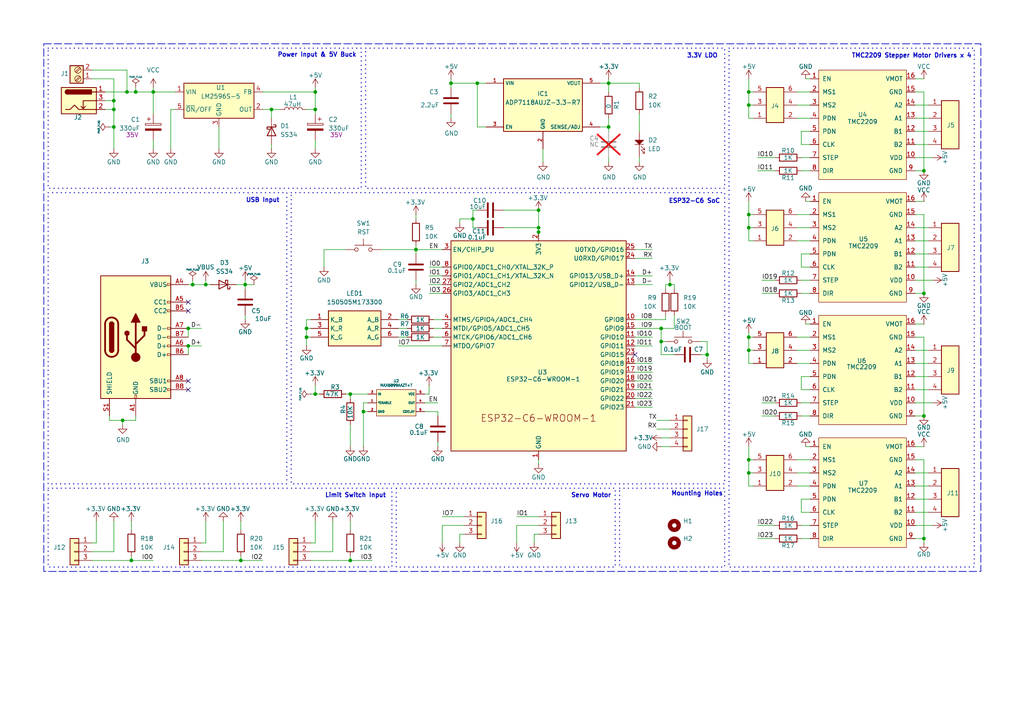
<source format=kicad_sch>
(kicad_sch (version 20231120) (generator "eeschema") (generator_version "8.0")
  (paper "A4")
  (title_block (title "ESP32-C6 SCARA") (company " Jobit Joseph @ Semicon Media Pvt Ltd"))
  (junction (at 217.17 97.79))
  (junction (at 137.16 63.5))
  (junction (at 88.9 97.79))
  (junction (at 59.69 82.55))
  (junction (at 33.02 29.21))
  (junction (at 33.02 36.83))
  (junction (at 91.44 31.75))
  (junction (at 120.65 72.39))
  (junction (at 156.21 60.96))
  (junction (at 191.77 95.25))
  (junction (at 44.45 26.67))
  (junction (at 191.77 99.06))
  (junction (at 35.56 121.92))
  (junction (at 54.61 100.33))
  (junction (at 55.88 82.55))
  (junction (at 205.105 102.87))
  (junction (at 267.97 49.53))
  (junction (at 101.6 162.56))
  (junction (at 217.17 62.23))
  (junction (at 267.97 85.09))
  (junction (at 130.81 24.13))
  (junction (at 217.17 137.16))
  (junction (at 217.17 133.35))
  (junction (at 194.31 82.55))
  (junction (at 69.85 162.56))
  (junction (at 91.44 26.67))
  (junction (at 176.53 36.83))
  (junction (at 176.53 24.13))
  (junction (at 71.12 82.55))
  (junction (at 39.37 26.67))
  (junction (at 105.41 119.38))
  (junction (at 217.17 101.6))
  (junction (at 33.02 31.75))
  (junction (at 267.97 120.65))
  (junction (at 78.74 31.75))
  (junction (at 217.17 66.04))
  (junction (at 91.44 114.3))
  (junction (at 156.21 67.31))
  (junction (at 217.17 26.67))
  (junction (at 36.83 26.67))
  (junction (at 267.97 156.21))
  (junction (at 38.1 162.56))
  (junction (at 54.61 95.25))
  (junction (at 101.6 114.3))
  (junction (at 217.17 30.48))
  (junction (at 88.9 95.25))
  (junction (at 138.43 24.13))
  (junction (at 156.21 66.04))
  (no_connect (at 54.61 87.63))
  (no_connect (at 54.61 90.17))
  (no_connect (at 54.61 113.03))
  (no_connect (at 54.61 110.49))
  (no_connect (at 184.15 102.87))
  (wire (pts (xy 36.83 20.32) (xy 36.83 26.67)))
  (wire (pts (xy 91.44 43.18) (xy 91.44 40.64)))
  (wire (pts (xy 189.23 74.93) (xy 184.15 74.93)))
  (wire (pts (xy 101.6 123.19) (xy 101.6 129.54)))
  (wire (pts (xy 185.42 24.13) (xy 176.53 24.13)))
  (wire (pts (xy 39.37 120.65) (xy 39.37 121.92)))
  (wire (pts (xy 101.6 151.13) (xy 101.6 153.67)))
  (wire (pts (xy 124.46 77.47) (xy 128.27 77.47)))
  (wire (pts (xy 233.68 129.54) (xy 234.95 129.54)))
  (wire (pts (xy 269.24 38.1) (xy 265.43 38.1)))
  (wire (pts (xy 232.41 113.03) (xy 234.95 113.03)))
  (wire (pts (xy 156.21 154.94) (xy 154.94 154.94)))
  (wire (pts (xy 269.24 137.16) (xy 265.43 137.16)))
  (wire (pts (xy 267.97 26.67) (xy 267.97 49.53)))
  (wire (pts (xy 123.19 114.3) (xy 124.46 114.3)))
  (wire (pts (xy 91.44 25.4) (xy 91.44 26.67)))
  (wire (pts (xy 232.41 152.4) (xy 234.95 152.4)))
  (wire (pts (xy 88.9 95.25) (xy 90.17 95.25)))
  (wire (pts (xy 137.16 63.5) (xy 137.16 66.04)))
  (wire (pts (xy 232.41 116.84) (xy 234.95 116.84)))
  (wire (pts (xy 90.17 160.02) (xy 96.52 160.02)))
  (wire (pts (xy 90.17 92.71) (xy 88.9 92.71)))
  (wire (pts (xy 194.31 82.55) (xy 195.58 82.55)))
  (wire (pts (xy 120.65 62.23) (xy 120.65 63.5)))
  (wire (pts (xy 120.65 72.39) (xy 120.65 73.66)))
  (wire (pts (xy 120.65 72.39) (xy 128.27 72.39)))
  (wire (pts (xy 269.24 113.03) (xy 265.43 113.03)))
  (wire (pts (xy 195.58 82.55) (xy 195.58 83.82)))
  (wire (pts (xy 232.41 41.91) (xy 234.95 41.91)))
  (wire (pts (xy 217.17 66.04) (xy 217.17 69.85)))
  (wire (pts (xy 231.14 69.85) (xy 234.95 69.85)))
  (wire (pts (xy 91.44 114.3) (xy 92.71 114.3)))
  (wire (pts (xy 38.1 162.56) (xy 38.1 161.29)))
  (wire (pts (xy 26.67 162.56) (xy 38.1 162.56)))
  (wire (pts (xy 269.24 101.6) (xy 265.43 101.6)))
  (wire (pts (xy 265.43 62.23) (xy 267.97 62.23)))
  (wire (pts (xy 59.69 157.48) (xy 59.69 151.13)))
  (wire (pts (xy 267.97 129.54) (xy 265.43 129.54)))
  (wire (pts (xy 217.17 133.35) (xy 218.44 133.35)))
  (wire (pts (xy 26.67 22.86) (xy 33.02 22.86)))
  (wire (pts (xy 26.67 20.32) (xy 36.83 20.32)))
  (wire (pts (xy 127 129.54) (xy 127 128.27)))
  (wire (pts (xy 38.1 162.56) (xy 44.45 162.56)))
  (wire (pts (xy 232.41 38.1) (xy 232.41 41.91)))
  (wire (pts (xy 217.17 129.54) (xy 217.17 133.35)))
  (wire (pts (xy 189.23 113.03) (xy 184.15 113.03)))
  (wire (pts (xy 232.41 81.28) (xy 234.95 81.28)))
  (wire (pts (xy 231.14 105.41) (xy 234.95 105.41)))
  (wire (pts (xy 125.73 97.79) (xy 128.27 97.79)))
  (wire (pts (xy 78.74 31.75) (xy 78.74 34.29)))
  (wire (pts (xy 189.23 97.79) (xy 184.15 97.79)))
  (wire (pts (xy 100.33 72.39) (xy 93.98 72.39)))
  (wire (pts (xy 217.17 62.23) (xy 218.44 62.23)))
  (wire (pts (xy 101.6 114.3) (xy 106.68 114.3)))
  (wire (pts (xy 189.23 115.57) (xy 184.15 115.57)))
  (wire (pts (xy 31.75 36.83) (xy 33.02 36.83)))
  (wire (pts (xy 217.17 26.67) (xy 217.17 30.48)))
  (wire (pts (xy 232.41 85.09) (xy 234.95 85.09)))
  (wire (pts (xy 267.97 156.21) (xy 267.97 157.48)))
  (wire (pts (xy 50.8 26.67) (xy 44.45 26.67)))
  (wire (pts (xy 193.04 82.55) (xy 193.04 83.82)))
  (wire (pts (xy 233.68 93.98) (xy 234.95 93.98)))
  (wire (pts (xy 267.97 62.23) (xy 267.97 85.09)))
  (wire (pts (xy 124.46 82.55) (xy 128.27 82.55)))
  (wire (pts (xy 231.14 140.97) (xy 234.95 140.97)))
  (wire (pts (xy 49.53 31.75) (xy 50.8 31.75)))
  (wire (pts (xy 105.41 119.38) (xy 105.41 129.54)))
  (wire (pts (xy 217.17 137.16) (xy 218.44 137.16)))
  (wire (pts (xy 189.23 110.49) (xy 184.15 110.49)))
  (wire (pts (xy 203.2 102.87) (xy 205.105 102.87)))
  (wire (pts (xy 233.68 22.86) (xy 234.95 22.86)))
  (wire (pts (xy 33.02 31.75) (xy 33.02 29.21)))
  (wire (pts (xy 219.71 45.72) (xy 224.79 45.72)))
  (wire (pts (xy 127 116.84) (xy 123.19 116.84)))
  (wire (pts (xy 59.69 82.55) (xy 59.69 81.28)))
  (wire (pts (xy 217.17 97.79) (xy 218.44 97.79)))
  (wire (pts (xy 78.74 43.18) (xy 78.74 41.91)))
  (wire (pts (xy 270.51 81.28) (xy 265.43 81.28)))
  (wire (pts (xy 54.61 82.55) (xy 55.88 82.55)))
  (wire (pts (xy 217.17 97.79) (xy 217.17 101.6)))
  (wire (pts (xy 185.42 25.4) (xy 185.42 24.13)))
  (wire (pts (xy 173.99 36.83) (xy 176.53 36.83)))
  (wire (pts (xy 140.97 36.83) (xy 138.43 36.83)))
  (wire (pts (xy 59.69 157.48) (xy 58.42 157.48)))
  (wire (pts (xy 217.17 140.97) (xy 218.44 140.97)))
  (wire (pts (xy 270.51 45.72) (xy 265.43 45.72)))
  (wire (pts (xy 217.17 22.86) (xy 217.17 26.67)))
  (wire (pts (xy 88.9 92.71) (xy 88.9 95.25)))
  (wire (pts (xy 128.27 149.86) (xy 134.62 149.86)))
  (wire (pts (xy 205.105 99.06) (xy 205.105 102.87)))
  (wire (pts (xy 191.77 95.25) (xy 195.58 95.25)))
  (wire (pts (xy 189.23 72.39) (xy 184.15 72.39)))
  (wire (pts (xy 195.58 102.87) (xy 191.77 102.87)))
  (wire (pts (xy 137.16 60.96) (xy 137.16 63.5)))
  (wire (pts (xy 232.41 148.59) (xy 234.95 148.59)))
  (wire (pts (xy 270.51 116.84) (xy 265.43 116.84)))
  (wire (pts (xy 156.21 134.62) (xy 156.21 133.35)))
  (wire (pts (xy 189.23 118.11) (xy 184.15 118.11)))
  (wire (pts (xy 115.57 100.33) (xy 128.27 100.33)))
  (wire (pts (xy 71.12 82.55) (xy 73.66 82.55)))
  (wire (pts (xy 232.41 73.66) (xy 232.41 77.47)))
  (wire (pts (xy 269.24 109.22) (xy 265.43 109.22)))
  (wire (pts (xy 120.65 71.12) (xy 120.65 72.39)))
  (wire (pts (xy 217.17 69.85) (xy 218.44 69.85)))
  (wire (pts (xy 96.52 160.02) (xy 96.52 151.13)))
  (wire (pts (xy 231.14 97.79) (xy 234.95 97.79)))
  (wire (pts (xy 30.48 31.75) (xy 33.02 31.75)))
  (wire (pts (xy 203.2 99.06) (xy 205.105 99.06)))
  (wire (pts (xy 88.9 95.25) (xy 88.9 97.79)))
  (wire (pts (xy 176.53 34.29) (xy 176.53 36.83)))
  (wire (pts (xy 234.95 144.78) (xy 232.41 144.78)))
  (wire (pts (xy 137.16 63.5) (xy 133.35 63.5)))
  (wire (pts (xy 91.44 157.48) (xy 91.44 151.13)))
  (wire (pts (xy 138.43 24.13) (xy 140.97 24.13)))
  (wire (pts (xy 232.41 45.72) (xy 234.95 45.72)))
  (wire (pts (xy 217.17 105.41) (xy 218.44 105.41)))
  (wire (pts (xy 231.14 137.16) (xy 234.95 137.16)))
  (wire (pts (xy 269.24 77.47) (xy 265.43 77.47)))
  (wire (pts (xy 26.67 157.48) (xy 27.94 157.48)))
  (wire (pts (xy 185.42 46.99) (xy 185.42 45.72)))
  (wire (pts (xy 90.17 114.3) (xy 91.44 114.3)))
  (wire (pts (xy 234.95 109.22) (xy 232.41 109.22)))
  (wire (pts (xy 54.61 95.25) (xy 54.61 97.79)))
  (wire (pts (xy 33.02 22.86) (xy 33.02 29.21)))
  (wire (pts (xy 101.6 162.56) (xy 101.6 161.29)))
  (wire (pts (xy 71.12 81.28) (xy 71.12 82.55)))
  (wire (pts (xy 232.41 109.22) (xy 232.41 113.03)))
  (wire (pts (xy 154.94 154.94) (xy 154.94 157.48)))
  (wire (pts (xy 269.24 69.85) (xy 265.43 69.85)))
  (wire (pts (xy 190.5 124.46) (xy 194.31 124.46)))
  (wire (pts (xy 149.86 152.4) (xy 149.86 157.48)))
  (wire (pts (xy 138.43 60.96) (xy 137.16 60.96)))
  (wire (pts (xy 101.6 162.56) (xy 107.95 162.56)))
  (wire (pts (xy 265.43 85.09) (xy 267.97 85.09)))
  (wire (pts (xy 134.62 152.4) (xy 128.27 152.4)))
  (wire (pts (xy 91.44 31.75) (xy 91.44 33.02)))
  (wire (pts (xy 128.27 152.4) (xy 128.27 157.48)))
  (wire (pts (xy 265.43 49.53) (xy 267.97 49.53)))
  (wire (pts (xy 194.31 82.55) (xy 193.04 82.55)))
  (wire (pts (xy 190.5 121.92) (xy 194.31 121.92)))
  (wire (pts (xy 44.45 25.4) (xy 44.45 26.67)))
  (wire (pts (xy 101.6 114.3) (xy 101.6 115.57)))
  (wire (pts (xy 35.56 121.92) (xy 35.56 123.19)))
  (wire (pts (xy 233.68 58.42) (xy 234.95 58.42)))
  (wire (pts (xy 231.14 62.23) (xy 234.95 62.23)))
  (wire (pts (xy 146.05 66.04) (xy 156.21 66.04)))
  (wire (pts (xy 59.69 82.55) (xy 60.96 82.55)))
  (wire (pts (xy 124.46 80.01) (xy 128.27 80.01)))
  (wire (pts (xy 146.05 60.96) (xy 156.21 60.96)))
  (wire (pts (xy 176.53 24.13) (xy 173.99 24.13)))
  (wire (pts (xy 191.77 102.87) (xy 191.77 99.06)))
  (wire (pts (xy 217.17 62.23) (xy 217.17 66.04)))
  (wire (pts (xy 120.65 82.55) (xy 120.65 81.28)))
  (wire (pts (xy 232.41 156.21) (xy 234.95 156.21)))
  (wire (pts (xy 269.24 66.04) (xy 265.43 66.04)))
  (wire (pts (xy 27.94 157.48) (xy 27.94 151.13)))
  (wire (pts (xy 106.68 119.38) (xy 105.41 119.38)))
  (wire (pts (xy 269.24 105.41) (xy 265.43 105.41)))
  (wire (pts (xy 231.14 133.35) (xy 234.95 133.35)))
  (wire (pts (xy 232.41 120.65) (xy 234.95 120.65)))
  (wire (pts (xy 91.44 111.76) (xy 91.44 114.3)))
  (wire (pts (xy 36.83 26.67) (xy 39.37 26.67)))
  (wire (pts (xy 189.23 105.41) (xy 184.15 105.41)))
  (wire (pts (xy 38.1 151.13) (xy 38.1 153.67)))
  (wire (pts (xy 78.74 31.75) (xy 76.2 31.75)))
  (wire (pts (xy 193.04 99.06) (xy 191.77 99.06)))
  (wire (pts (xy 176.53 46.99) (xy 176.53 45.72)))
  (wire (pts (xy 69.85 151.13) (xy 69.85 153.67)))
  (wire (pts (xy 58.42 162.56) (xy 69.85 162.56)))
  (wire (pts (xy 217.17 96.52) (xy 217.17 97.79)))
  (wire (pts (xy 68.58 82.55) (xy 71.12 82.55)))
  (wire (pts (xy 123.19 119.38) (xy 127 119.38)))
  (wire (pts (xy 110.49 72.39) (xy 120.65 72.39)))
  (wire (pts (xy 69.85 162.56) (xy 69.85 161.29)))
  (wire (pts (xy 76.2 26.67) (xy 91.44 26.67)))
  (wire (pts (xy 31.75 121.92) (xy 31.75 120.65)))
  (wire (pts (xy 217.17 101.6) (xy 217.17 105.41)))
  (wire (pts (xy 90.17 157.48) (xy 91.44 157.48)))
  (wire (pts (xy 217.17 133.35) (xy 217.17 137.16)))
  (wire (pts (xy 205.105 104.14) (xy 205.105 102.87)))
  (wire (pts (xy 193.04 91.44) (xy 193.04 92.71)))
  (wire (pts (xy 265.43 133.35) (xy 267.97 133.35)))
  (wire (pts (xy 219.71 152.4) (xy 224.79 152.4)))
  (wire (pts (xy 115.57 95.25) (xy 118.11 95.25)))
  (wire (pts (xy 220.98 81.28) (xy 224.79 81.28)))
  (wire (pts (xy 91.44 26.67) (xy 91.44 31.75)))
  (wire (pts (xy 217.17 34.29) (xy 218.44 34.29)))
  (wire (pts (xy 55.88 81.28) (xy 55.88 82.55)))
  (wire (pts (xy 269.24 73.66) (xy 265.43 73.66)))
  (wire (pts (xy 88.9 31.75) (xy 91.44 31.75)))
  (wire (pts (xy 184.15 95.25) (xy 191.77 95.25)))
  (wire (pts (xy 269.24 30.48) (xy 265.43 30.48)))
  (wire (pts (xy 265.43 156.21) (xy 267.97 156.21)))
  (wire (pts (xy 156.21 68.58) (xy 156.21 67.31)))
  (wire (pts (xy 88.9 97.79) (xy 88.9 100.33)))
  (wire (pts (xy 220.98 116.84) (xy 224.79 116.84)))
  (wire (pts (xy 90.17 162.56) (xy 101.6 162.56)))
  (wire (pts (xy 217.17 58.42) (xy 217.17 62.23)))
  (wire (pts (xy 105.41 116.84) (xy 105.41 119.38)))
  (wire (pts (xy 234.95 73.66) (xy 232.41 73.66)))
  (wire (pts (xy 30.48 26.67) (xy 36.83 26.67)))
  (wire (pts (xy 232.41 49.53) (xy 234.95 49.53)))
  (wire (pts (xy 71.12 82.55) (xy 71.12 83.82)))
  (wire (pts (xy 130.81 34.29) (xy 130.81 33.02)))
  (wire (pts (xy 33.02 36.83) (xy 33.02 43.18)))
  (wire (pts (xy 185.42 33.02) (xy 185.42 38.1)))
  (wire (pts (xy 54.61 100.33) (xy 58.42 100.33)))
  (wire (pts (xy 157.48 43.18) (xy 157.48 46.99)))
  (wire (pts (xy 231.14 26.67) (xy 234.95 26.67)))
  (wire (pts (xy 124.46 85.09) (xy 128.27 85.09)))
  (wire (pts (xy 191.77 95.25) (xy 191.77 99.06)))
  (wire (pts (xy 33.02 31.75) (xy 33.02 36.83)))
  (wire (pts (xy 231.14 30.48) (xy 234.95 30.48)))
  (wire (pts (xy 115.57 97.79) (xy 118.11 97.79)))
  (wire (pts (xy 189.23 80.01) (xy 184.15 80.01)))
  (wire (pts (xy 39.37 121.92) (xy 35.56 121.92)))
  (wire (pts (xy 118.11 92.71) (xy 115.57 92.71)))
  (wire (pts (xy 55.88 82.55) (xy 59.69 82.55)))
  (wire (pts (xy 176.53 36.83) (xy 176.53 38.1)))
  (wire (pts (xy 54.61 100.33) (xy 54.61 102.87)))
  (wire (pts (xy 138.43 36.83) (xy 138.43 24.13)))
  (wire (pts (xy 33.02 160.02) (xy 33.02 151.13)))
  (wire (pts (xy 125.73 92.71) (xy 128.27 92.71)))
  (wire (pts (xy 270.51 152.4) (xy 265.43 152.4)))
  (wire (pts (xy 267.97 22.86) (xy 265.43 22.86)))
  (wire (pts (xy 138.43 66.04) (xy 137.16 66.04)))
  (wire (pts (xy 217.17 26.67) (xy 218.44 26.67)))
  (wire (pts (xy 231.14 34.29) (xy 234.95 34.29)))
  (wire (pts (xy 217.17 101.6) (xy 218.44 101.6)))
  (wire (pts (xy 267.97 58.42) (xy 265.43 58.42)))
  (wire (pts (xy 269.24 144.78) (xy 265.43 144.78)))
  (wire (pts (xy 176.53 26.67) (xy 176.53 24.13)))
  (wire (pts (xy 39.37 26.67) (xy 44.45 26.67)))
  (wire (pts (xy 232.41 77.47) (xy 234.95 77.47)))
  (wire (pts (xy 191.77 127) (xy 194.31 127)))
  (wire (pts (xy 231.14 66.04) (xy 234.95 66.04)))
  (wire (pts (xy 93.98 72.39) (xy 93.98 77.47)))
  (wire (pts (xy 58.42 160.02) (xy 64.77 160.02)))
  (wire (pts (xy 176.53 22.86) (xy 176.53 24.13)))
  (wire (pts (xy 156.21 152.4) (xy 149.86 152.4)))
  (wire (pts (xy 265.43 97.79) (xy 267.97 97.79)))
  (wire (pts (xy 217.17 30.48) (xy 217.17 34.29)))
  (wire (pts (xy 54.61 95.25) (xy 58.42 95.25)))
  (wire (pts (xy 184.15 92.71) (xy 193.04 92.71)))
  (wire (pts (xy 133.35 154.94) (xy 134.62 154.94)))
  (wire (pts (xy 44.45 43.18) (xy 44.45 40.64)))
  (wire (pts (xy 220.98 120.65) (xy 224.79 120.65)))
  (wire (pts (xy 189.23 82.55) (xy 184.15 82.55)))
  (wire (pts (xy 189.23 100.33) (xy 184.15 100.33)))
  (wire (pts (xy 124.46 114.3) (xy 124.46 111.76)))
  (wire (pts (xy 64.77 160.02) (xy 64.77 151.13)))
  (wire (pts (xy 71.12 92.71) (xy 71.12 91.44)))
  (wire (pts (xy 195.58 91.44) (xy 195.58 95.25)))
  (wire (pts (xy 130.81 22.86) (xy 130.81 24.13)))
  (wire (pts (xy 26.67 160.02) (xy 33.02 160.02)))
  (wire (pts (xy 232.41 144.78) (xy 232.41 148.59)))
  (wire (pts (xy 217.17 137.16) (xy 217.17 140.97)))
  (wire (pts (xy 269.24 34.29) (xy 265.43 34.29)))
  (wire (pts (xy 106.68 116.84) (xy 105.41 116.84)))
  (wire (pts (xy 265.43 26.67) (xy 267.97 26.67)))
  (wire (pts (xy 156.21 66.04) (xy 156.21 67.31)))
  (wire (pts (xy 269.24 140.97) (xy 265.43 140.97)))
  (wire (pts (xy 130.81 24.13) (xy 138.43 24.13)))
  (wire (pts (xy 133.35 157.48) (xy 133.35 154.94)))
  (wire (pts (xy 194.31 81.28) (xy 194.31 82.55)))
  (wire (pts (xy 219.71 156.21) (xy 224.79 156.21)))
  (wire (pts (xy 267.97 97.79) (xy 267.97 120.65)))
  (wire (pts (xy 100.33 114.3) (xy 101.6 114.3)))
  (wire (pts (xy 44.45 26.67) (xy 44.45 33.02)))
  (wire (pts (xy 220.98 85.09) (xy 224.79 85.09)))
  (wire (pts (xy 217.17 30.48) (xy 218.44 30.48)))
  (wire (pts (xy 35.56 121.92) (xy 31.75 121.92)))
  (wire (pts (xy 269.24 41.91) (xy 265.43 41.91)))
  (wire (pts (xy 130.81 25.4) (xy 130.81 24.13)))
  (wire (pts (xy 39.37 25.4) (xy 39.37 26.67)))
  (wire (pts (xy 69.85 162.56) (xy 76.2 162.56)))
  (wire (pts (xy 133.35 63.5) (xy 133.35 64.77)))
  (wire (pts (xy 231.14 101.6) (xy 234.95 101.6)))
  (wire (pts (xy 81.28 31.75) (xy 78.74 31.75)))
  (wire (pts (xy 30.48 29.21) (xy 33.02 29.21)))
  (wire (pts (xy 189.23 107.95) (xy 184.15 107.95)))
  (wire (pts (xy 88.9 97.79) (xy 90.17 97.79)))
  (wire (pts (xy 269.24 148.59) (xy 265.43 148.59)))
  (wire (pts (xy 125.73 95.25) (xy 128.27 95.25)))
  (wire (pts (xy 267.97 133.35) (xy 267.97 156.21)))
  (wire (pts (xy 156.21 60.96) (xy 156.21 66.04)))
  (wire (pts (xy 127 119.38) (xy 127 120.65)))
  (wire (pts (xy 49.53 31.75) (xy 49.53 43.18)))
  (wire (pts (xy 191.77 129.54) (xy 194.31 129.54)))
  (wire (pts (xy 234.95 38.1) (xy 232.41 38.1)))
  (wire (pts (xy 149.86 149.86) (xy 156.21 149.86)))
  (wire (pts (xy 63.5 43.18) (xy 63.5 36.83)))
  (wire (pts (xy 267.97 93.98) (xy 265.43 93.98)))
  (wire (pts (xy 265.43 120.65) (xy 267.97 120.65)))
  (wire (pts (xy 217.17 66.04) (xy 218.44 66.04)))
  (wire (pts (xy 219.71 49.53) (xy 224.79 49.53)))
  (rectangle (start 13.97 55.88) (end 83.185 140.335) (stroke (width 0.3) (type dot)))
  (rectangle (start 84.455 55.88) (end 210.185 140.335) (stroke (width 0.3) (type dot)))
  (rectangle (start 12.7 12.7) (end 284.48 165.735) (stroke (width 0.2) (type dash)))
  (rectangle (start 13.97 141.605) (end 113.665 164.465) (stroke (width 0.3) (type dot)))
  (rectangle (start 106.045 13.97) (end 210.185 54.61) (stroke (width 0.3) (type dot)))
  (rectangle (start 114.935 141.605) (end 178.435 164.465) (stroke (width 0.3) (type dot)))
  (rectangle (start 179.705 141.605) (end 210.185 164.465) (stroke (width 0.3) (type dot)))
  (rectangle (start 13.97 13.97) (end 104.775 54.61) (stroke (width 0.3) (type dot)))
  (rectangle (start 211.455 13.97) (end 282.575 164.465) (stroke (width 0.3) (type dot)))
  (text "TMC2209 Stepper Motor Drivers x 4" (at 264.414 16.256 0) (effects (font (size 1.27 1.27) (thickness 0.254) (bold yes))))
  (text "Power Input & 5V Buck" (at 91.948 16.002 0) (effects (font (size 1.27 1.27) (thickness 0.254) (bold yes))))
  (text "ESP32-C6 SoC" (at 201.422 58.42 0) (effects (font (size 1.27 1.27) (thickness 0.254) (bold yes))))
  (text "Servo Motor" (at 171.45 143.764 0) (effects (font (size 1.27 1.27) (thickness 0.254) (bold yes))))
  (text "3.3V LDO" (at 203.708 16.256 0) (effects (font (size 1.27 1.27) (thickness 0.254) (bold yes))))
  (text "USB Input" (at 76.2 58.166 0) (effects (font (size 1.27 1.27) (thickness 0.254) (bold yes))))
  (text "Limit Switch Input" (at 103.124 143.764 0) (effects (font (size 1.27 1.27) (thickness 0.254) (bold yes))))
  (text "Mounting Holes" (at 202.184 143.256 0) (effects (font (size 1.27 1.27) (thickness 0.254) (bold yes))))
  (label "IO9" (at 189.23 95.25 180))
  (label "EN" (at 124.46 72.39 0))
  (label "D-" (at 189.23 82.55 180))
  (label "TX" (at 190.5 121.92 180))
  (label "IO19" (at 189.23 107.95 180))
  (label "TX" (at 189.23 72.39 180))
  (label "IO11" (at 189.23 100.33 180))
  (label "IO21" (at 189.23 113.03 180))
  (label "IO1" (at 124.46 80.01 0))
  (label "IO10" (at 189.23 97.79 180))
  (label "IO7" (at 128.27 149.86 0))
  (label "RX" (at 190.5 124.46 180))
  (label "D+" (at 189.23 80.01 180))
  (label "IO22" (at 189.23 115.57 180))
  (label "IO20" (at 189.23 110.49 180))
  (label "IO21" (at 220.98 116.84 0))
  (label "IO11" (at 219.71 49.53 0))
  (label "IO10" (at 219.71 45.72 0))
  (label "IO2" (at 124.46 82.55 0))
  (label "IO19" (at 220.98 81.28 0))
  (label "IO1" (at 149.86 149.86 0))
  (label "IO22" (at 219.71 152.4 0))
  (label "IO8" (at 189.23 92.71 180))
  (label "EN" (at 127 116.84 180))
  (label "IO23" (at 189.23 118.11 180))
  (label "IO20" (at 220.98 120.65 0))
  (label "IO2" (at 76.2 162.56 180))
  (label "IO3" (at 107.95 162.56 180))
  (label "IO0" (at 124.46 77.47 0))
  (label "D+" (at 58.42 100.33 180))
  (label "IO18" (at 189.23 105.41 180))
  (label "IO18" (at 220.98 85.09 0))
  (label "D-" (at 58.42 95.25 180))
  (label "RX" (at 189.23 74.93 180))
  (label "IO7" (at 115.57 100.33 0))
  (label "IO0" (at 44.45 162.56 180))
  (label "IO23" (at 219.71 156.21 0))
  (label "IO3" (at 124.46 85.09 0))
  (symbol (lib_id "power:GND") (at 133.35 157.48 0) (unit 1)
    (property "Reference" "#PWR066" (effects (hide yes)))
    (property "Value" "GND" (at 133.35 161.036 0))
  )
  (symbol (lib_id "Device:C") (at 199.39 102.87 270) (mirror x) (unit 1)
    (property "Reference" "C7" (at 203.962 101.346 90) (effects (justify right)))
    (property "Value" "0.1uF" (at 197.866 101.346 90) (effects (justify right)))
    (property "Footprint" "Capacitor_SMD:C_0603_1608Metric" (effects (hide yes)))
    (property "Description" "Unpolarized capacitor" (effects (hide yes)))
  )
  (symbol (lib_id "power:VCC") (at 267.97 58.42 0) (unit 1)
    (property "Reference" "#PWR040" (effects (hide yes)))
    (property "Value" "VCC" (at 267.97 55.118 0))
    (property "Description" "Power symbol creates a global label with name \"VCC\"" (effects (hide yes)))
  )
  (symbol (lib_id "power:+5V") (at 270.51 45.72 270) (unit 1)
    (property "Reference" "#PWR037" (effects (hide yes)))
    (property "Value" "+5V" (at 274.066 45.72 0))
  )
  (symbol (lib_id "Device:R") (at 228.6 49.53 90) (mirror x) (unit 1)
    (property "Reference" "R11" (at 228.6 51.562 90))
    (property "Value" "1K" (at 228.6 49.53 90))
    (property "Footprint" "Resistor_SMD:R_0603_1608Metric" (effects (hide yes)))
    (property "Description" "Resistor" (effects (hide yes)))
  )
  (symbol (lib_name "GND_2") (lib_id "power:GND") (at 191.77 129.54 270) (unit 1)
    (property "Reference" "#PWR067" (effects (hide yes)))
    (property "Value" "GND" (at 186.944 129.54 90))
    (property "Description" "Power symbol creates a global label with name \"GND\" , ground" (effects (hide yes)))
  )
  (symbol (lib_id "Device:C") (at 176.53 41.91 0) (unit 1) (dnp yes)
    (property "Reference" "C4" (at 170.942 40.132 0) (effects (justify left)))
    (property "Value" "NC" (at 170.942 41.91 0) (effects (justify left)))
    (property "Footprint" "Capacitor_SMD:C_0603_1608Metric" (effects (hide yes)))
  )
  (symbol (lib_id "power:GND") (at 233.68 129.54 180) (unit 1)
    (property "Reference" "#PWR049" (effects (hide yes)))
    (property "Value" "GND" (at 233.68 125.984 0))
  )
  (symbol (lib_id "Mechanical:MountingHole") (at 195.58 157.48 0) (unit 1) (exclude_from_sim yes) (in_bom no)
    (property "Reference" "H2" (at 198.12 156.2099 0) (effects (justify left)))
    (property "Value" "MountingHole" (effects (hide yes)))
    (property "Footprint" "MountingHole:MountingHole_2.2mm_M2_Pad" (effects (hide yes)))
    (property "Description" "Mounting Hole without connection" (effects (hide yes)))
  )
  (symbol (lib_id "Switch:SW_Push") (at 198.12 99.06 0) (mirror y) (unit 1)
    (property "Reference" "SW2" (at 198.12 93.218 0))
    (property "Value" "BOOT" (at 198.12 94.996 0))
    (property "Footprint" "3x4x2:Tactile 3x4x2mm TS-A010" (effects (hide yes)))
    (property "Description" "Push button switch, generic, two pins" (effects (hide yes)))
  )
  (symbol (lib_id "Device:R") (at 228.6 116.84 90) (unit 1)
    (property "Reference" "R14" (at 228.6 114.808 90))
    (property "Value" "1K" (at 228.6 116.84 90))
    (property "Footprint" "Resistor_SMD:R_0603_1608Metric" (effects (hide yes)))
    (property "Description" "Resistor" (effects (hide yes)))
  )
  (symbol (lib_id "Device:C") (at 142.24 60.96 270) (mirror x) (unit 1)
    (property "Reference" "C10" (at 137.16 58.166 90) (effects (justify left)))
    (property "Value" "10uF" (at 136.144 59.944 90) (effects (justify left)))
    (property "Footprint" "Capacitor_SMD:C_0805_2012Metric" (effects (hide yes)))
    (property "Description" "Unpolarized capacitor" (effects (hide yes)))
  )
  (symbol (lib_name "Conn_02x03_Top_Bottom_1") (lib_id "Connector_Generic:Conn_02x03_Top_Bottom") (at 223.52 66.04 0) (mirror x) (unit 1)
    (property "Reference" "J6" (at 224.79 66.294 0))
    (property "Value" "Conn_02x03_Top_Bottom" (effects (hide yes)))
    (property "Footprint" "Connector_PinHeader_2.54mm:PinHeader_2x03_P2.54mm_Vertical" (effects (hide yes)))
    (property "Description" "Generic connector, double row, 02x03, top/bottom pin numbering scheme (row 1: 1...pins_per_row, row2: pins_per_row+1 ... num_pins), script generated (kicad-library-utils/schlib/autogen/connector/)" (effects (hide yes)))
  )
  (symbol (lib_name "PWR_FLAG_1") (lib_id "power:PWR_FLAG") (at 39.37 25.4 0) (unit 1)
    (property "Reference" "#FLG01" (effects (hide yes)))
    (property "Value" "PWR_FLAG" (at 39.37 22.352 0) (effects (font (size 0.5 0.5))))
    (property "Description" "Special symbol for telling ERC where power comes from" (effects (hide yes)))
  )
  (symbol (lib_id "power:VCC") (at 267.97 129.54 0) (unit 1)
    (property "Reference" "#PWR050" (effects (hide yes)))
    (property "Value" "VCC" (at 267.97 125.984 0))
    (property "Description" "Power symbol creates a global label with name \"VCC\"" (effects (hide yes)))
  )
  (symbol (lib_id "Device:R") (at 121.92 95.25 90) (unit 1)
    (property "Reference" "R7" (at 117.348 93.98 90))
    (property "Value" "1K" (at 121.92 95.25 90))
    (property "Footprint" "Resistor_SMD:R_0603_1608Metric" (effects (hide yes)))
    (property "Description" "Resistor" (effects (hide yes)))
  )
  (symbol (lib_name "TMC2209_SILENTSTEPSTICK_1") (lib_id "TMC2209_SILENTSTEPSTICK:TMC2209_SILENTSTEPSTICK") (at 250.19 35.56 0) (unit 1)
    (property "Reference" "U4" (at 250.19 33.274 0))
    (property "Value" "TMC2209" (at 250.19 35.306 0))
    (property "Footprint" "TMC2209_SILENTSTEPSTICK:MODULE_TMC2209_SILENTSTEPSTICK" (effects (hide yes)))
  )
  (symbol (lib_id "Connector_Generic:Conn_01x03") (at 139.7 152.4 0) (unit 1)
    (property "Reference" "J16" (at 142.24 151.1299 0) (effects (justify left)))
    (property "Value" "Conn_01x03" (effects (hide yes)))
    (property "Footprint" "Connector_JST:JST_XH_B3B-XH-AM_1x03_P2.50mm_Vertical" (effects (hide yes)))
    (property "Description" "Generic connector, single row, 01x03, script generated (kicad-library-utils/schlib/autogen/connector/)" (effects (hide yes)))
  )
  (symbol (lib_id "Device:R") (at 101.6 119.38 180) (unit 1)
    (property "Reference" "R4" (at 99.568 117.348 90) (effects (justify left)))
    (property "Value" "10K" (at 101.6 117.602 90) (effects (justify left)))
    (property "Footprint" "Resistor_SMD:R_0603_1608Metric" (effects (hide yes)))
    (property "Description" "Resistor" (effects (hide yes)))
  )
  (symbol (lib_id "power:GND") (at 205.105 104.14 0) (mirror y) (unit 1)
    (property "Reference" "#PWR020" (effects (hide yes)))
    (property "Value" "GND" (at 205.105 107.95 0))
    (property "Description" "Power symbol creates a global label with name \"GND\" , ground" (effects (hide yes)))
  )
  (symbol (lib_id "power:+3.3V") (at 124.46 111.76 0) (unit 1)
    (property "Reference" "#PWR025" (effects (hide yes)))
    (property "Value" "+3.3V" (at 124.206 108.204 0))
    (property "Description" "Power symbol creates a global label with name \"+3.3V\"" (effects (hide yes)))
  )
  (symbol (lib_name "GND_3") (lib_id "power:GND") (at 91.44 43.18 0) (mirror y) (unit 1)
    (property "Reference" "#PWR08" (effects (hide yes)))
    (property "Value" "GND" (at 91.44 46.99 0))
    (property "Description" "Power symbol creates a global label with name \"GND\" , ground" (effects (hide yes)))
  )
  (symbol (lib_id "Device:R") (at 228.6 156.21 90) (mirror x) (unit 1)
    (property "Reference" "R17" (at 228.6 158.242 90))
    (property "Value" "1K" (at 228.6 156.21 90))
    (property "Footprint" "Resistor_SMD:R_0603_1608Metric" (effects (hide yes)))
    (property "Description" "Resistor" (effects (hide yes)))
  )
  (symbol (lib_id "Device:R") (at 121.92 92.71 90) (unit 1)
    (property "Reference" "R6" (at 117.348 91.694 90))
    (property "Value" "1K" (at 121.92 92.71 90))
    (property "Footprint" "Resistor_SMD:R_0603_1608Metric" (effects (hide yes)))
    (property "Description" "Resistor" (effects (hide yes)))
  )
  (symbol (lib_id "Device:R") (at 101.6 157.48 0) (unit 1)
    (property "Reference" "R21" (at 104.14 156.2099 0) (effects (justify left)))
    (property "Value" "10K" (at 104.14 158.7499 0) (effects (justify left)))
    (property "Footprint" "Resistor_SMD:R_0603_1608Metric" (effects (hide yes)))
    (property "Description" "Resistor" (effects (hide yes)))
  )
  (symbol (lib_id "Connector_Generic:Conn_01x04") (at 274.32 69.85 0) (unit 1)
    (property "Reference" "J7" (at 274.574 71.882 0) (effects (justify left)))
    (property "Value" "Conn_01x04" (effects (hide yes)))
    (property "Footprint" "Connector_JST:JST_XH_B4B-XH-AM_1x04_P2.50mm_Vertical" (effects (hide yes)))
    (property "Description" "Generic connector, single row, 01x04, script generated (kicad-library-utils/schlib/autogen/connector/)" (effects (hide yes)))
  )
  (symbol (lib_id "power:+3.3V") (at 176.53 22.86 0) (unit 1)
    (property "Reference" "#PWR012" (effects (hide yes)))
    (property "Value" "+3.3V" (at 176.53 19.304 0))
    (property "Description" "Power symbol creates a global label with name \"+3.3V\"" (effects (hide yes)))
  )
  (symbol (lib_id "Device:R") (at 96.52 114.3 90) (unit 1)
    (property "Reference" "R3" (at 98.552 112.268 90) (effects (justify left)))
    (property "Value" "47K" (at 98.298 114.3 90) (effects (justify left)))
    (property "Footprint" "Resistor_SMD:R_0603_1608Metric" (effects (hide yes)))
    (property "Description" "Resistor" (effects (hide yes)))
  )
  (symbol (lib_id "power:GND") (at 267.97 85.09 0) (unit 1)
    (property "Reference" "#PWR041" (effects (hide yes)))
    (property "Value" "GND" (at 267.97 88.646 0))
  )
  (symbol (lib_name "GND_2") (lib_id "power:GND") (at 101.6 129.54 0) (unit 1)
    (property "Reference" "#PWR023" (effects (hide yes)))
    (property "Value" "GND" (at 101.6 133.096 0))
    (property "Description" "Power symbol creates a global label with name \"GND\" , ground" (effects (hide yes)))
  )
  (symbol (lib_id "Connector_Generic:Conn_01x04") (at 274.32 140.97 0) (unit 1)
    (property "Reference" "J11" (at 274.574 143.002 0) (effects (justify left)))
    (property "Value" "Conn_01x04" (effects (hide yes)))
    (property "Footprint" "Connector_JST:JST_XH_B4B-XH-AM_1x04_P2.50mm_Vertical" (effects (hide yes)))
    (property "Description" "Generic connector, single row, 01x04, script generated (kicad-library-utils/schlib/autogen/connector/)" (effects (hide yes)))
  )
  (symbol (lib_name "GND_2") (lib_id "power:GND") (at 71.12 92.71 0) (unit 1)
    (property "Reference" "#PWR018" (effects (hide yes)))
    (property "Value" "GND" (at 71.12 96.266 0))
    (property "Description" "Power symbol creates a global label with name \"GND\" , ground" (effects (hide yes)))
  )
  (symbol (lib_id "power:+3.3V") (at 101.6 151.13 0) (unit 1)
    (property "Reference" "#PWR062" (effects (hide yes)))
    (property "Value" "+3.3V" (at 101.346 147.574 0))
    (property "Description" "Power symbol creates a global label with name \"+3.3V\"" (effects (hide yes)))
  )
  (symbol (lib_id "power:+5V") (at 270.51 116.84 270) (unit 1)
    (property "Reference" "#PWR047" (effects (hide yes)))
    (property "Value" "+5V" (at 274.066 116.84 0))
  )
  (symbol (lib_name "PWR_FLAG_1") (lib_id "power:PWR_FLAG") (at 90.17 114.3 90) (unit 1)
    (property "Reference" "#FLG05" (effects (hide yes)))
    (property "Value" "PWR_FLAG" (at 87.122 114.3 0) (effects (font (size 0.5 0.5))))
    (property "Description" "Special symbol for telling ERC where power comes from" (effects (hide yes)))
  )
  (symbol (lib_name "Conn_02x03_Top_Bottom_1") (lib_id "Connector_Generic:Conn_02x03_Top_Bottom") (at 223.52 30.48 0) (mirror x) (unit 1)
    (property "Reference" "J4" (at 224.79 30.734 0))
    (property "Value" "Conn_02x03_Top_Bottom" (effects (hide yes)))
    (property "Footprint" "Connector_PinHeader_2.54mm:PinHeader_2x03_P2.54mm_Vertical" (effects (hide yes)))
    (property "Description" "Generic connector, double row, 02x03, top/bottom pin numbering scheme (row 1: 1...pins_per_row, row2: pins_per_row+1 ... num_pins), script generated (kicad-library-utils/schlib/autogen/connector/)" (effects (hide yes)))
  )
  (symbol (lib_id "Connector_Generic:Conn_01x04") (at 274.32 34.29 0) (unit 1)
    (property "Reference" "J5" (at 274.574 36.322 0) (effects (justify left)))
    (property "Value" "Conn_01x04" (effects (hide yes)))
    (property "Footprint" "Connector_JST:JST_XH_B4B-XH-AM_1x04_P2.50mm_Vertical" (effects (hide yes)))
    (property "Description" "Generic connector, single row, 01x04, script generated (kicad-library-utils/schlib/autogen/connector/)" (effects (hide yes)))
  )
  (symbol (lib_id "Mechanical:MountingHole") (at 195.58 152.4 0) (unit 1) (exclude_from_sim yes) (in_bom no)
    (property "Reference" "H1" (at 198.12 151.1299 0) (effects (justify left)))
    (property "Value" "MountingHole" (effects (hide yes)))
    (property "Footprint" "MountingHole:MountingHole_2.2mm_M2_Pad" (effects (hide yes)))
    (property "Description" "Mounting Hole without connection" (effects (hide yes)))
  )
  (symbol (lib_id "power:+3.3V") (at 194.31 81.28 0) (unit 1)
    (property "Reference" "#PWR032" (effects (hide yes)))
    (property "Value" "+3.3V" (at 194.056 77.724 0))
    (property "Description" "Power symbol creates a global label with name \"+3.3V\"" (effects (hide yes)))
  )
  (symbol (lib_name "PWR_FLAG_1") (lib_id "power:PWR_FLAG") (at 55.88 81.28 0) (unit 1)
    (property "Reference" "#FLG02" (effects (hide yes)))
    (property "Value" "PWR_FLAG" (at 55.88 78.232 0) (effects (font (size 0.5 0.5))))
    (property "Description" "Special symbol for telling ERC where power comes from" (effects (hide yes)))
  )
  (symbol (lib_id "downloader-rescue:USB_C_Receptacle_USB2.0-Connector") (at 39.37 97.79 0) (unit 1)
    (property "Reference" "J3" (at 42.0878 75.7682 0))
    (property "Value" "USB_C_Receptacle_USB2.0" (effects (hide yes)))
    (property "Footprint" "Connector_USB:USB_C_Receptacle_HRO_TYPE-C-31-M-12" (effects (hide yes)))
    (property "Datasheet" "https://www.usb.org/sites/default/files/documents/usb_type-c.zip" (effects (hide yes)))
  )
  (symbol (lib_id "Device:R") (at 38.1 157.48 0) (unit 1)
    (property "Reference" "R18" (at 40.64 156.2099 0) (effects (justify left)))
    (property "Value" "10K" (at 40.64 158.7499 0) (effects (justify left)))
    (property "Footprint" "Resistor_SMD:R_0603_1608Metric" (effects (hide yes)))
    (property "Description" "Resistor" (effects (hide yes)))
  )
  (symbol (lib_name "GND_2") (lib_id "power:GND") (at 105.41 129.54 0) (unit 1)
    (property "Reference" "#PWR024" (effects (hide yes)))
    (property "Value" "GND" (at 105.41 133.096 0))
    (property "Description" "Power symbol creates a global label with name \"GND\" , ground" (effects (hide yes)))
  )
  (symbol (lib_id "Device:C") (at 127 124.46 0) (mirror y) (unit 1)
    (property "Reference" "C8" (at 122.936 123.698 0) (effects (justify left)))
    (property "Value" "0.1uF" (at 124.2061 125.476 0) (effects (justify left)))
    (property "Footprint" "Capacitor_SMD:C_0603_1608Metric" (effects (hide yes)))
    (property "Description" "Unpolarized capacitor" (effects (hide yes)))
  )
  (symbol (lib_id "Device:R") (at 228.6 120.65 90) (mirror x) (unit 1)
    (property "Reference" "R15" (at 228.6 122.682 90))
    (property "Value" "1K" (at 228.6 120.65 90))
    (property "Footprint" "Resistor_SMD:R_0603_1608Metric" (effects (hide yes)))
    (property "Description" "Resistor" (effects (hide yes)))
  )
  (symbol (lib_id "Connector_Generic:Conn_01x04") (at 274.32 105.41 0) (unit 1)
    (property "Reference" "J9" (at 274.574 107.442 0) (effects (justify left)))
    (property "Value" "Conn_01x04" (effects (hide yes)))
    (property "Footprint" "Connector_JST:JST_XH_B4B-XH-AM_1x04_P2.50mm_Vertical" (effects (hide yes)))
    (property "Description" "Generic connector, single row, 01x04, script generated (kicad-library-utils/schlib/autogen/connector/)" (effects (hide yes)))
  )
  (symbol (lib_id "power:VBUS") (at 59.69 81.28 0) (unit 1)
    (property "Reference" "#PWR016" (effects (hide yes)))
    (property "Value" "VBUS" (at 59.69 77.47 0))
    (property "Description" "Power symbol creates a global label with name \"VBUS\"" (effects (hide yes)))
  )
  (symbol (lib_id "Device:R") (at 228.6 45.72 90) (unit 1)
    (property "Reference" "R10" (at 228.6 43.688 90))
    (property "Value" "1K" (at 228.6 45.72 90))
    (property "Footprint" "Resistor_SMD:R_0603_1608Metric" (effects (hide yes)))
    (property "Description" "Resistor" (effects (hide yes)))
  )
  (symbol (lib_id "power:GND") (at 185.42 46.99 0) (unit 1)
    (property "Reference" "#PWR014" (effects (hide yes)))
    (property "Value" "GND" (at 185.547 51.3842 0))
  )
  (symbol (lib_id "power:GND") (at 176.53 46.99 0) (unit 1)
    (property "Reference" "#PWR013" (effects (hide yes)))
    (property "Value" "GND" (at 176.657 51.3842 0))
  )
  (symbol (lib_id "power:+3.3V") (at 120.65 62.23 0) (unit 1)
    (property "Reference" "#PWR027" (effects (hide yes)))
    (property "Value" "+3.3V" (at 120.396 58.674 0))
    (property "Description" "Power symbol creates a global label with name \"+3.3V\"" (effects (hide yes)))
  )
  (symbol (lib_id "Device:C_Polarized") (at 91.44 36.83 0) (mirror y) (unit 1)
    (property "Reference" "C2" (at 95.25 34.6709 0) (effects (justify right)))
    (property "Value" "330uF" (at 95.25 37.2109 0) (effects (justify right)))
    (property "Footprint" "330uf 35v:CAP_J-V_10X10P5_RUB" (effects (hide yes)))
    (property "Description" "Polarized capacitor" (effects (hide yes)))
    (property "Voltage" "35V" (at 97.536 39.116 0))
  )
  (symbol (lib_id "power:GND") (at 267.97 49.53 0) (unit 1)
    (property "Reference" "#PWR036" (effects (hide yes)))
    (property "Value" "GND" (at 267.97 53.086 0))
  )
  (symbol (lib_id "TMC2209_SILENTSTEPSTICK:TMC2209_SILENTSTEPSTICK") (at 250.19 142.24 0) (unit 1)
    (property "Reference" "U7" (at 250.444 140.208 0))
    (property "Value" "TMC2209" (at 250.19 142.24 0) (effects (font (size 1.25 1.25))))
    (property "Footprint" "TMC2209_SILENTSTEPSTICK:MODULE_TMC2209_SILENTSTEPSTICK" (effects (hide yes)))
  )
  (symbol (lib_id "Device:R") (at 228.6 152.4 90) (unit 1)
    (property "Reference" "R16" (at 228.6 150.368 90))
    (property "Value" "1K" (at 228.6 152.4 90))
    (property "Footprint" "Resistor_SMD:R_0603_1608Metric" (effects (hide yes)))
    (property "Description" "Resistor" (effects (hide yes)))
  )
  (symbol (lib_id "Device:C") (at 120.65 77.47 0) (mirror y) (unit 1)
    (property "Reference" "C9" (at 116.586 76.708 0) (effects (justify left)))
    (property "Value" "0.1uF" (at 117.8561 78.486 0) (effects (justify left)))
    (property "Footprint" "Capacitor_SMD:C_0603_1608Metric" (effects (hide yes)))
    (property "Description" "Unpolarized capacitor" (effects (hide yes)))
  )
  (symbol (lib_id "power:+5V") (at 217.17 22.86 0) (unit 1)
    (property "Reference" "#PWR033" (effects (hide yes)))
    (property "Value" "+5V" (at 217.17 19.304 0))
  )
  (symbol (lib_id "power:GND") (at 233.68 22.86 180) (unit 1)
    (property "Reference" "#PWR034" (effects (hide yes)))
    (property "Value" "GND" (at 233.68 19.304 0))
  )
  (symbol (lib_id "power:GND") (at 233.68 58.42 180) (unit 1)
    (property "Reference" "#PWR039" (effects (hide yes)))
    (property "Value" "GND" (at 233.68 54.61 0))
  )
  (symbol (lib_id "power:+5V") (at 270.51 81.28 270) (unit 1)
    (property "Reference" "#PWR042" (effects (hide yes)))
    (property "Value" "+5V" (at 274.066 81.28 0))
  )
  (symbol (lib_id "power:+3.3V") (at 91.44 151.13 0) (unit 1)
    (property "Reference" "#PWR061" (effects (hide yes)))
    (property "Value" "+3.3V" (at 91.186 147.574 0))
    (property "Description" "Power symbol creates a global label with name \"+3.3V\"" (effects (hide yes)))
  )
  (symbol (lib_id "power:+3.3V") (at 27.94 151.13 0) (unit 1)
    (property "Reference" "#PWR069" (effects (hide yes)))
    (property "Value" "+3.3V" (at 27.686 147.574 0))
    (property "Description" "Power symbol creates a global label with name \"+3.3V\"" (effects (hide yes)))
  )
  (symbol (lib_id "PCM_SL_Devices:LED") (at 185.42 41.91 270) (unit 1)
    (property "Reference" "D2" (at 187.96 40.6399 90) (effects (justify left)))
    (property "Value" "LED" (at 187.96 43.1799 90) (effects (justify left)))
    (property "Footprint" "LED_SMD:LED_0805_2012Metric" (effects (hide yes)))
    (property "Description" "Common 5mm diameter LED" (effects (hide yes)))
  )
  (symbol (lib_id "power:GND") (at 157.48 46.99 0) (unit 1)
    (property "Reference" "#PWR011" (effects (hide yes)))
    (property "Value" "GND" (at 157.607 51.3842 0))
  )
  (symbol (lib_id "Connector_Generic:Conn_01x03") (at 21.59 160.02 0) (mirror y) (unit 1)
    (property "Reference" "J12" (at 19.05 158.7499 0) (effects (justify left)))
    (property "Value" "Conn_01x03" (effects (hide yes)))
    (property "Footprint" "Connector_JST:JST_XH_B3B-XH-AM_1x03_P2.50mm_Vertical" (effects (hide yes)))
    (property "Description" "Generic connector, single row, 01x03, script generated (kicad-library-utils/schlib/autogen/connector/)" (effects (hide yes)))
  )
  (symbol (lib_id "Device:R") (at 193.04 87.63 0) (mirror y) (unit 1)
    (property "Reference" "R9" (at 190.5 86.3599 0) (effects (justify left)))
    (property "Value" "10K" (at 190.5 88.8999 0) (effects (justify left)))
    (property "Footprint" "Resistor_SMD:R_0603_1608Metric" (effects (hide yes)))
    (property "Description" "Resistor" (effects (hide yes)))
  )
  (symbol (lib_name "GND_3") (lib_id "power:GND") (at 63.5 43.18 0) (unit 1)
    (property "Reference" "#PWR05" (effects (hide yes)))
    (property "Value" "GND" (at 63.5 46.99 0))
    (property "Description" "Power symbol creates a global label with name \"GND\" , ground" (effects (hide yes)))
  )
  (symbol (lib_id "power:+3.3V") (at 91.44 111.76 0) (unit 1)
    (property "Reference" "#PWR021" (effects (hide yes)))
    (property "Value" "+3.3V" (at 91.186 108.204 0))
    (property "Description" "Power symbol creates a global label with name \"+3.3V\"" (effects (hide yes)))
  )
  (symbol (lib_id "power:GND") (at 33.02 151.13 180) (unit 1)
    (property "Reference" "#PWR054" (effects (hide yes)))
    (property "Value" "GND" (at 33.02 147.574 0))
  )
  (symbol (lib_id "Regulator_Switching:LM2596S-5") (at 63.5 29.21 0) (unit 1)
    (property "Reference" "U1" (at 64.008 25.4 0))
    (property "Value" "LM2596S-5" (at 64.008 27.94 0))
    (property "Footprint" "Package_TO_SOT_SMD:TO-263-5_TabPin3" (effects (hide yes)))
    (property "Datasheet" "http://www.ti.com/lit/ds/symlink/lm2596.pdf" (effects (hide yes)))
    (property "Description" "5V 3A Step-Down Voltage Regulator, TO-263" (effects (hide yes)))
  )
  (symbol (lib_id "power:GND") (at 154.94 157.48 0) (unit 1)
    (property "Reference" "#PWR056" (effects (hide yes)))
    (property "Value" "GND" (at 154.94 161.036 0))
  )
  (symbol (lib_name "GND_2") (lib_id "power:GND") (at 127 129.54 0) (unit 1)
    (property "Reference" "#PWR026" (effects (hide yes)))
    (property "Value" "GND" (at 127 133.096 0))
    (property "Description" "Power symbol creates a global label with name \"GND\" , ground" (effects (hide yes)))
  )
  (symbol (lib_id "power:+5V") (at 149.86 157.48 180) (unit 1)
    (property "Reference" "#PWR055" (effects (hide yes)))
    (property "Value" "+5V" (at 149.86 161.036 0))
  )
  (symbol (lib_id "power:GND") (at 267.97 120.65 0) (unit 1)
    (property "Reference" "#PWR046" (effects (hide yes)))
    (property "Value" "GND" (at 267.97 123.952 0))
  )
  (symbol (lib_id "Device:C") (at 130.81 29.21 0) (unit 1)
    (property "Reference" "C3" (at 124.46 26.67 0) (effects (justify left)))
    (property "Value" "2.2uF" (at 121.92 30.48 0) (effects (justify left)))
    (property "Footprint" "Capacitor_SMD:C_0603_1608Metric" (effects (hide yes)))
  )
  (symbol (lib_id "Device:R") (at 228.6 85.09 90) (mirror x) (unit 1)
    (property "Reference" "R13" (at 228.6 87.122 90))
    (property "Value" "1K" (at 228.6 85.09 90))
    (property "Footprint" "Resistor_SMD:R_0603_1608Metric" (effects (hide yes)))
    (property "Description" "Resistor" (effects (hide yes)))
  )
  (symbol (lib_id "power:GND") (at 267.97 157.48 0) (unit 1)
    (property "Reference" "#PWR051" (effects (hide yes)))
    (property "Value" "GND" (at 267.97 160.782 0))
  )
  (symbol (lib_id "Device:C") (at 142.24 66.04 270) (unit 1)
    (property "Reference" "C11" (at 136.906 67.056 90) (effects (justify left)))
    (property "Value" "0.1uF" (at 135.6359 68.834 90) (effects (justify left)))
    (property "Footprint" "Capacitor_SMD:C_0603_1608Metric" (effects (hide yes)))
    (property "Description" "Unpolarized capacitor" (effects (hide yes)))
  )
  (symbol (lib_id "power:GND") (at 96.52 151.13 180) (unit 1)
    (property "Reference" "#PWR063" (effects (hide yes)))
    (property "Value" "GND" (at 96.52 147.574 0))
  )
  (symbol (lib_id "power:+3.3V") (at 156.21 60.96 0) (unit 1)
    (property "Reference" "#PWR030" (effects (hide yes)))
    (property "Value" "+3.3V" (at 155.956 57.404 0))
    (property "Description" "Power symbol creates a global label with name \"+3.3V\"" (effects (hide yes)))
  )
  (symbol (lib_id "power:+3.3V") (at 191.77 127 90) (unit 1)
    (property "Reference" "#PWR068" (effects (hide yes)))
    (property "Value" "+3.3V" (at 186.436 127 90))
    (property "Description" "Power symbol creates a global label with name \"+3.3V\"" (effects (hide yes)))
  )
  (symbol (lib_id "Connector:Barrel_Jack_Switch") (at 22.86 29.21 0) (unit 1)
    (property "Reference" "J2" (at 22.606 34.036 0))
    (property "Value" "Barrel_Jack_Switch" (effects (hide yes)))
    (property "Footprint" "Connector_BarrelJack:BarrelJack_Kycon_KLDX-0202-xC_Horizontal" (effects (hide yes)))
    (property "Description" "DC Barrel Jack with an internal switch" (effects (hide yes)))
  )
  (symbol (lib_name "GND_3") (lib_id "power:GND") (at 33.02 43.18 0) (unit 1)
    (property "Reference" "#PWR01" (effects (hide yes)))
    (property "Value" "GND" (at 33.02 46.99 0))
    (property "Description" "Power symbol creates a global label with name \"GND\" , ground" (effects (hide yes)))
  )
  (symbol (lib_name "Conn_02x03_Top_Bottom_1") (lib_id "Connector_Generic:Conn_02x03_Top_Bottom") (at 223.52 137.16 0) (mirror x) (unit 1)
    (property "Reference" "J10" (at 224.79 137.414 0))
    (property "Value" "Conn_02x03_Top_Bottom" (effects (hide yes)))
    (property "Footprint" "Connector_PinHeader_2.54mm:PinHeader_2x03_P2.54mm_Vertical" (effects (hide yes)))
    (property "Description" "Generic connector, double row, 02x03, top/bottom pin numbering scheme (row 1: 1...pins_per_row, row2: pins_per_row+1 ... num_pins), script generated (kicad-library-utils/schlib/autogen/connector/)" (effects (hide yes)))
  )
  (symbol (lib_id "power:+3.3V") (at 69.85 151.13 0) (unit 1)
    (property "Reference" "#PWR059" (effects (hide yes)))
    (property "Value" "+3.3V" (at 69.596 147.574 0))
    (property "Description" "Power symbol creates a global label with name \"+3.3V\"" (effects (hide yes)))
  )
  (symbol (lib_name "PWR_FLAG_1") (lib_id "power:PWR_FLAG") (at 31.75 36.83 90) (unit 1)
    (property "Reference" "#FLG04" (effects (hide yes)))
    (property "Value" "PWR_FLAG" (at 28.702 36.83 0) (effects (font (size 0.5 0.5))))
    (property "Description" "Special symbol for telling ERC where power comes from" (effects (hide yes)))
  )
  (symbol (lib_id "ADP7118AUJZ-3_3-R7:ADP7118AUJZ-3.3-R7") (at 140.97 24.13 0) (unit 1)
    (property "Reference" "IC1" (at 157.48 27.178 0))
    (property "Value" "ADP7118AUJZ-3.3-R7" (at 157.48 29.718 0))
    (property "Footprint" "ADP7118AUJZ-3.3-R7:SOT95P280X100-5N" (effects (hide yes)))
    (property "Datasheet" "https://www.analog.com/ADP7118/datasheet" (effects (hide yes)))
    (property "Description" "20 V, 200 mA, Low Noise, CMOS LDO Linear Regulator" (effects (hide yes)))
    (property "Height" "1" (effects (hide yes)))
    (property "Mouser Part Number" "584-ADP7118AUJZ3.3R7" (effects (hide yes)))
    (property "Mouser Price/Stock" "https://www.mouser.co.uk/ProductDetail/Analog-Devices/ADP7118AUJZ-3.3-R7?qs=hpwIUhX6lWxSxNRE9lKdtQ%3D%3D" (effects (hide yes)))
    (property "Manufacturer_Name" "Analog Devices" (effects (hide yes)))
    (property "Manufacturer_Part_Number" "ADP7118AUJZ-3.3-R7" (effects (hide yes)))
  )
  (symbol (lib_id "Device:C_Polarized") (at 44.45 36.83 0) (unit 1)
    (property "Reference" "C1" (at 40.64 34.6709 0) (effects (justify right)))
    (property "Value" "330uF" (at 40.64 37.2109 0) (effects (justify right)))
    (property "Footprint" "330uf 35v:CAP_J-V_10X10P5_RUB" (effects (hide yes)))
    (property "Description" "Polarized capacitor" (effects (hide yes)))
    (property "Voltage" "35V" (at 38.354 39.116 0))
  )
  (symbol (lib_id "Device:C") (at 71.12 87.63 0) (unit 1)
    (property "Reference" "C5" (at 72.898 90.17 0) (effects (justify left)))
    (property "Value" "10uF" (at 73.914 92.456 0) (effects (justify left)))
    (property "Footprint" "Capacitor_SMD:C_0805_2012Metric" (effects (hide yes)))
    (property "Description" "Unpolarized capacitor" (effects (hide yes)))
  )
  (symbol (lib_id "Espressif:ESP32-C6-WROOM-1") (at 156.21 100.33 0) (unit 1)
    (property "Reference" "U3" (at 155.956 107.95 0) (effects (justify left)))
    (property "Value" "ESP32-C6-WROOM-1" (at 146.812 109.982 0) (effects (justify left)))
    (property "Footprint" "Espressif:ESP32-C6-WROOM-1" (effects (hide yes)))
    (property "Datasheet" "https://www.espressif.com/sites/default/files/documentation/esp32-c6-wroom-1_wroom-1u_datasheet_en.pdf" (effects (hide yes)))
    (property "Description" "ESP32-C6-WROOM-1/U is a module that supports 2.4 GHz Wi-Fi 6 (802.11 ax), Bluetooth® 5 (LE), Zigbee and Thread (802.15.4)" (effects (hide yes)))
  )
  (symbol (lib_name "GND_2") (lib_id "power:GND") (at 88.9 100.33 0) (unit 1)
    (property "Reference" "#PWR022" (effects (hide yes)))
    (property "Value" "GND" (at 88.9 103.886 0))
    (property "Description" "Power symbol creates a global label with name \"GND\" , ground" (effects (hide yes)))
  )
  (symbol (lib_id "Diode:SS34") (at 64.77 82.55 180) (unit 1)
    (property "Reference" "D3" (at 65.0875 76.2 0))
    (property "Value" "SS34" (at 65.0875 78.74 0))
    (property "Footprint" "Diode_SMD:D_SMA" (effects (hide yes)))
    (property "Datasheet" "https://www.vishay.com/docs/88751/ss32.pdf" (effects (hide yes)))
    (property "Description" "40V 3A Schottky Diode, SMA" (effects (hide yes)))
  )
  (symbol (lib_id "power:+3.3V") (at 38.1 151.13 0) (unit 1)
    (property "Reference" "#PWR053" (effects (hide yes)))
    (property "Value" "+3.3V" (at 37.846 147.574 0))
    (property "Description" "Power symbol creates a global label with name \"+3.3V\"" (effects (hide yes)))
  )
  (symbol (lib_id "power:+5V") (at 71.12 81.28 0) (unit 1)
    (property "Reference" "#PWR017" (effects (hide yes)))
    (property "Value" "+5V" (at 71.12 77.724 0))
  )
  (symbol (lib_id "Device:R") (at 195.58 87.63 0) (unit 1)
    (property "Reference" "R19" (at 198.12 86.3599 0) (effects (justify left)))
    (property "Value" "10K" (at 198.12 88.8999 0) (effects (justify left)))
    (property "Footprint" "Resistor_SMD:R_0603_1608Metric" (effects (hide yes)))
    (property "Description" "Resistor" (effects (hide yes)))
  )
  (symbol (lib_id "150505M173300:150505M173300") (at 90.17 92.71 0) (unit 1)
    (property "Reference" "LED1" (at 102.87 85.09 0))
    (property "Value" "150505M173300" (at 102.87 87.63 0))
    (property "Footprint" "5050 LED:150505M173300" (effects (hide yes)))
    (property "Datasheet" "https://katalog.we-online.de/led/datasheet/150505M173300.pdf" (effects (hide yes)))
    (property "Description" "2.4 V RGB LED 5050  SMD, Wurth Elektronik WL-SFTW 150505M173300" (effects (hide yes)))
    (property "Height" "1.8" (effects (hide yes)))
    (property "Mouser Part Number" "710-150505M173300" (effects (hide yes)))
    (property "Mouser Price/Stock" "https://www.mouser.co.uk/ProductDetail/Wurth-Elektronik/150505M173300?qs=fAHHVMwC%252Bbi%2FURn4Qu0%2FAA%3D%3D" (effects (hide yes)))
    (property "Manufacturer_Name" "Wurth Elektronik" (effects (hide yes)))
    (property "Manufacturer_Part_Number" "150505M173300" (effects (hide yes)))
  )
  (symbol (lib_id "TMC2209_SILENTSTEPSTICK:TMC2209_SILENTSTEPSTICK") (at 250.19 106.68 0) (unit 1)
    (property "Reference" "U6" (at 249.936 104.648 0))
    (property "Value" "TMC2209" (at 249.936 106.426 0))
    (property "Footprint" "TMC2209_SILENTSTEPSTICK:MODULE_TMC2209_SILENTSTEPSTICK" (effects (hide yes)))
  )
  (symbol (lib_name "GND_3") (lib_id "power:GND") (at 78.74 43.18 0) (unit 1)
    (property "Reference" "#PWR06" (effects (hide yes)))
    (property "Value" "GND" (at 78.74 46.99 0))
    (property "Description" "Power symbol creates a global label with name \"GND\" , ground" (effects (hide yes)))
  )
  (symbol (lib_name "GND_2") (lib_id "power:GND") (at 120.65 82.55 0) (unit 1)
    (property "Reference" "#PWR028" (effects (hide yes)))
    (property "Value" "GND" (at 120.65 86.106 0))
    (property "Description" "Power symbol creates a global label with name \"GND\" , ground" (effects (hide yes)))
  )
  (symbol (lib_id "Device:R") (at 185.42 29.21 0) (unit 1)
    (property "Reference" "R2" (at 187.96 27.9399 0) (effects (justify left)))
    (property "Value" "10K" (at 187.96 30.4799 0) (effects (justify left)))
    (property "Footprint" "Resistor_SMD:R_0603_1608Metric" (effects (hide yes)))
    (property "Description" "Resistor" (effects (hide yes)))
  )
  (symbol (lib_name "GND_3") (lib_id "power:GND") (at 44.45 43.18 0) (unit 1)
    (property "Reference" "#PWR03" (effects (hide yes)))
    (property "Value" "GND" (at 44.45 46.99 0))
    (property "Description" "Power symbol creates a global label with name \"GND\" , ground" (effects (hide yes)))
  )
  (symbol (lib_name "PWR_FLAG_1") (lib_id "power:PWR_FLAG") (at 73.66 82.55 0) (unit 1)
    (property "Reference" "#FLG03" (effects (hide yes)))
    (property "Value" "PWR_FLAG" (at 73.66 79.502 0) (effects (font (size 0.5 0.5))))
    (property "Description" "Special symbol for telling ERC where power comes from" (effects (hide yes)))
  )
  (symbol (lib_id "Device:R") (at 176.53 30.48 0) (mirror y) (unit 1)
    (property "Reference" "R1" (at 178.816 31.75 90) (effects (justify left)))
    (property "Value" "0" (at 176.53 31.496 90) (effects (justify left)))
    (property "Footprint" "Resistor_SMD:R_0603_1608Metric" (effects (hide yes)))
  )
  (symbol (lib_name "Conn_02x03_Top_Bottom_1") (lib_id "Connector_Generic:Conn_02x03_Top_Bottom") (at 223.52 101.6 0) (mirror x) (unit 1)
    (property "Reference" "J8" (at 224.79 101.854 0))
    (property "Value" "Conn_02x03_Top_Bottom" (effects (hide yes)))
    (property "Footprint" "Connector_PinHeader_2.54mm:PinHeader_2x03_P2.54mm_Vertical" (effects (hide yes)))
    (property "Description" "Generic connector, double row, 02x03, top/bottom pin numbering scheme (row 1: 1...pins_per_row, row2: pins_per_row+1 ... num_pins), script generated (kicad-library-utils/schlib/autogen/connector/)" (effects (hide yes)))
  )
  (symbol (lib_id "power:+5V") (at 270.51 152.4 270) (unit 1)
    (property "Reference" "#PWR052" (effects (hide yes)))
    (property "Value" "+5V" (at 274.066 152.4 0))
  )
  (symbol (lib_name "GND_1") (lib_id "power:GND") (at 156.21 134.62 0) (unit 1)
    (property "Reference" "#PWR031" (effects (hide yes)))
    (property "Value" "GND" (at 156.21 138.43 0))
    (property "Description" "Power symbol creates a global label with name \"GND\" , ground" (effects (hide yes)))
  )
  (symbol (lib_id "TMC2209_SILENTSTEPSTICK:TMC2209_SILENTSTEPSTICK") (at 250.19 71.12 0) (unit 1)
    (property "Reference" "U5" (at 250.444 69.342 0))
    (property "Value" "TMC2209" (at 250.444 71.374 0))
    (property "Footprint" "TMC2209_SILENTSTEPSTICK:MODULE_TMC2209_SILENTSTEPSTICK" (effects (hide yes)))
  )
  (symbol (lib_id "power:GND") (at 130.81 34.29 0) (unit 1)
    (property "Reference" "#PWR010" (effects (hide yes)))
    (property "Value" "GND" (at 130.937 38.6842 0))
  )
  (symbol (lib_id "MAX6899AAZT+T:MAX6899AAZT+T") (at 106.68 114.3 0) (unit 1)
    (property "Reference" "U2" (at 114.935 110.49 0) (effects (font (size 0.762 0.762))))
    (property "Value" "MAX6899AAZT+T" (at 114.935 111.76 0) (effects (font (size 0.762 0.762))))
    (property "Footprint" "MAX6899AAZT_T:MAX6899AAZT+T" (effects (hide yes)))
    (property "Datasheet" "MAX6899AAZT+T" (effects (hide yes)))
  )
  (symbol (lib_id "power:+3.3V") (at 59.69 151.13 0) (unit 1)
    (property "Reference" "#PWR058" (effects (hide yes)))
    (property "Value" "+3.3V" (at 59.436 147.574 0))
    (property "Description" "Power symbol creates a global label with name \"+3.3V\"" (effects (hide yes)))
  )
  (symbol (lib_id "PCM_SL_Screw_Terminal:Screw_Terminal_2_P5.00mm") (at 22.86 21.59 180) (unit 1)
    (property "Reference" "J1" (at 18.796 21.336 0))
    (property "Value" "Screw_Terminal_2_P5.00mm" (effects (hide yes)))
    (property "Footprint" "TerminalBlock_Phoenix:TerminalBlock_Phoenix_PT-1,5-2-5.0-H_1x02_P5.00mm_Horizontal" (effects (hide yes)))
  )
  (symbol (lib_id "power:VCC") (at 44.45 25.4 0) (unit 1)
    (property "Reference" "#PWR02" (effects (hide yes)))
    (property "Value" "VCC" (at 44.45 20.32 0))
    (property "Description" "Power symbol creates a global label with name \"VCC\"" (effects (hide yes)))
  )
  (symbol (lib_id "Diode:SS34") (at 78.74 38.1 270) (unit 1)
    (property "Reference" "D1" (at 81.28 36.5124 90) (effects (justify left)))
    (property "Value" "SS34" (at 81.28 39.0524 90) (effects (justify left)))
    (property "Footprint" "Diode_SMD:D_SMA" (effects (hide yes)))
    (property "Datasheet" "https://www.vishay.com/docs/88751/ss32.pdf" (effects (hide yes)))
    (property "Description" "40V 3A Schottky Diode, SMA" (effects (hide yes)))
  )
  (symbol (lib_id "power:+5V") (at 130.81 22.86 0) (unit 1)
    (property "Reference" "#PWR09" (effects (hide yes)))
    (property "Value" "+5V" (at 130.81 19.304 0))
  )
  (symbol (lib_id "power:+5V") (at 217.17 58.42 0) (unit 1)
    (property "Reference" "#PWR038" (effects (hide yes)))
    (property "Value" "+5V" (at 217.17 54.864 0))
  )
  (symbol (lib_id "Device:L") (at 85.09 31.75 90) (unit 1)
    (property "Reference" "L1" (at 85.09 28.194 90))
    (property "Value" "47uH" (at 84.836 30.226 90))
    (property "Footprint" "Inductor_SMD:L_12x12mm_H8mm" (effects (hide yes)))
    (property "Description" "Inductor" (effects (hide yes)))
  )
  (symbol (lib_id "power:VCC") (at 267.97 22.86 0) (unit 1)
    (property "Reference" "#PWR035" (effects (hide yes)))
    (property "Value" "VCC" (at 267.97 19.304 0))
    (property "Description" "Power symbol creates a global label with name \"VCC\"" (effects (hide yes)))
  )
  (symbol (lib_id "Connector_Generic:Conn_01x03") (at 85.09 160.02 0) (mirror y) (unit 1)
    (property "Reference" "J15" (at 82.55 158.7499 0) (effects (justify left)))
    (property "Value" "Conn_01x03" (effects (hide yes)))
    (property "Footprint" "Connector_JST:JST_XH_B3B-XH-AM_1x03_P2.50mm_Vertical" (effects (hide yes)))
    (property "Description" "Generic connector, single row, 01x03, script generated (kicad-library-utils/schlib/autogen/connector/)" (effects (hide yes)))
  )
  (symbol (lib_name "Conn_01x04_1") (lib_id "Connector_Generic:Conn_01x04") (at 199.39 124.46 0) (unit 1)
    (property "Reference" "J17" (at 201.93 124.4599 0) (effects (justify left)))
    (property "Value" "Conn_01x04" (effects (hide yes)))
    (property "Footprint" "Connector_JST:JST_EH_B4B-EH-A_1x04_P2.50mm_Vertical" (effects (hide yes)))
    (property "Description" "Generic connector, single row, 01x04, script generated (kicad-library-utils/schlib/autogen/connector/)" (effects (hide yes)))
  )
  (symbol (lib_id "power:GND") (at 233.68 93.98 180) (unit 1)
    (property "Reference" "#PWR044" (effects (hide yes)))
    (property "Value" "GND" (at 233.68 90.678 0))
  )
  (symbol (lib_id "power:GND") (at 35.56 123.19 0) (unit 1)
    (property "Reference" "#PWR015" (effects (hide yes)))
    (property "Value" "GND" (at 35.687 127.5842 0))
  )
  (symbol (lib_id "Device:R") (at 121.92 97.79 90) (unit 1)
    (property "Reference" "R8" (at 117.348 96.774 90))
    (property "Value" "1K" (at 121.92 97.79 90))
    (property "Footprint" "Resistor_SMD:R_0603_1608Metric" (effects (hide yes)))
    (property "Description" "Resistor" (effects (hide yes)))
  )
  (symbol (lib_id "Device:R") (at 69.85 157.48 0) (unit 1)
    (property "Reference" "R20" (at 72.39 156.2099 0) (effects (justify left)))
    (property "Value" "10K" (at 72.39 158.7499 0) (effects (justify left)))
    (property "Footprint" "Resistor_SMD:R_0603_1608Metric" (effects (hide yes)))
    (property "Description" "Resistor" (effects (hide yes)))
  )
  (symbol (lib_id "power:VCC") (at 267.97 93.98 0) (unit 1)
    (property "Reference" "#PWR045" (effects (hide yes)))
    (property "Value" "VCC" (at 267.97 90.424 0))
    (property "Description" "Power symbol creates a global label with name \"VCC\"" (effects (hide yes)))
  )
  (symbol (lib_id "Device:R") (at 228.6 81.28 90) (unit 1)
    (property "Reference" "R12" (at 228.6 79.248 90))
    (property "Value" "1K" (at 228.6 81.28 90))
    (property "Footprint" "Resistor_SMD:R_0603_1608Metric" (effects (hide yes)))
    (property "Description" "Resistor" (effects (hide yes)))
  )
  (symbol (lib_name "GND_2") (lib_id "power:GND") (at 133.35 64.77 0) (unit 1)
    (property "Reference" "#PWR029" (effects (hide yes)))
    (property "Value" "GND" (at 133.35 68.326 0))
    (property "Description" "Power symbol creates a global label with name \"GND\" , ground" (effects (hide yes)))
  )
  (symbol (lib_id "power:GND") (at 93.98 77.47 0) (unit 1)
    (property "Reference" "#PWR019" (effects (hide yes)))
    (property "Value" "GND" (at 93.98 81.28 0))
    (property "Description" "Power symbol creates a global label with name \"GND\" , ground" (effects (hide yes)))
  )
  (symbol (lib_id "Connector_Generic:Conn_01x03") (at 161.29 152.4 0) (unit 1)
    (property "Reference" "J13" (at 163.83 151.1299 0) (effects (justify left)))
    (property "Value" "Conn_01x03" (effects (hide yes)))
    (property "Footprint" "Connector_JST:JST_XH_B3B-XH-AM_1x03_P2.50mm_Vertical" (effects (hide yes)))
    (property "Description" "Generic connector, single row, 01x03, script generated (kicad-library-utils/schlib/autogen/connector/)" (effects (hide yes)))
  )
  (symbol (lib_id "power:+5V") (at 217.17 96.52 0) (unit 1)
    (property "Reference" "#PWR043" (effects (hide yes)))
    (property "Value" "+5V" (at 217.17 92.964 0))
  )
  (symbol (lib_name "GND_3") (lib_id "power:GND") (at 49.53 43.18 0) (unit 1)
    (property "Reference" "#PWR04" (effects (hide yes)))
    (property "Value" "GND" (at 49.53 46.99 0))
    (property "Description" "Power symbol creates a global label with name \"GND\" , ground" (effects (hide yes)))
  )
  (symbol (lib_id "Connector_Generic:Conn_01x03") (at 53.34 160.02 0) (mirror y) (unit 1)
    (property "Reference" "J14" (at 50.8 158.7499 0) (effects (justify left)))
    (property "Value" "Conn_01x03" (effects (hide yes)))
    (property "Footprint" "Connector_JST:JST_XH_B3B-XH-AM_1x03_P2.50mm_Vertical" (effects (hide yes)))
    (property "Description" "Generic connector, single row, 01x03, script generated (kicad-library-utils/schlib/autogen/connector/)" (effects (hide yes)))
  )
  (symbol (lib_id "Switch:SW_Push") (at 105.41 72.39 0) (unit 1)
    (property "Reference" "SW1" (at 105.41 64.77 0))
    (property "Value" "RST" (at 105.41 67.31 0))
    (property "Footprint" "3x4x2:Tactile 3x4x2mm TS-A010" (effects (hide yes)))
    (property "Description" "Push button switch, generic, two pins" (effects (hide yes)))
  )
  (symbol (lib_id "power:GND") (at 64.77 151.13 180) (unit 1)
    (property "Reference" "#PWR060" (effects (hide yes)))
    (property "Value" "GND" (at 64.77 147.574 0))
  )
  (symbol (lib_id "power:+5V") (at 128.27 157.48 180) (unit 1)
    (property "Reference" "#PWR065" (effects (hide yes)))
    (property "Value" "+5V" (at 128.27 161.036 0))
  )
  (symbol (lib_id "power:+5V") (at 217.17 129.54 0) (unit 1)
    (property "Reference" "#PWR048" (effects (hide yes)))
    (property "Value" "+5V" (at 217.17 125.984 0))
  )
  (symbol (lib_id "power:+5V") (at 91.44 25.4 0) (unit 1)
    (property "Reference" "#PWR07" (effects (hide yes)))
    (property "Value" "+5V" (at 91.44 21.844 0))
  )
  (symbol (lib_id "Device:R") (at 120.65 67.31 0) (unit 1)
    (property "Reference" "R5" (at 123.19 66.0399 0) (effects (justify left)))
    (property "Value" "10K" (at 123.19 68.5799 0) (effects (justify left)))
    (property "Footprint" "Resistor_SMD:R_0603_1608Metric" (effects (hide yes)))
    (property "Description" "Resistor" (effects (hide yes)))
  )
)
</source>
